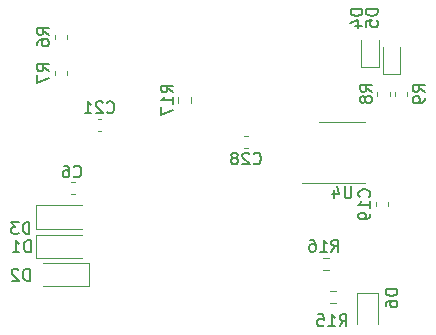
<source format=gbr>
G04 #@! TF.GenerationSoftware,KiCad,Pcbnew,5.1.8-1.fc33*
G04 #@! TF.CreationDate,2020-12-20T15:22:41+01:00*
G04 #@! TF.ProjectId,venom,76656e6f-6d2e-46b6-9963-61645f706362,rev?*
G04 #@! TF.SameCoordinates,Original*
G04 #@! TF.FileFunction,Legend,Bot*
G04 #@! TF.FilePolarity,Positive*
%FSLAX46Y46*%
G04 Gerber Fmt 4.6, Leading zero omitted, Abs format (unit mm)*
G04 Created by KiCad (PCBNEW 5.1.8-1.fc33) date 2020-12-20 15:22:41*
%MOMM*%
%LPD*%
G01*
G04 APERTURE LIST*
%ADD10C,0.120000*%
%ADD11C,0.150000*%
G04 APERTURE END LIST*
D10*
X148887221Y-118590000D02*
X149212779Y-118590000D01*
X148887221Y-117570000D02*
X149212779Y-117570000D01*
X145940000Y-124070000D02*
X145940000Y-122070000D01*
X145940000Y-122070000D02*
X149840000Y-122070000D01*
X145940000Y-124070000D02*
X149840000Y-124070000D01*
X150440000Y-124450000D02*
X146540000Y-124450000D01*
X150440000Y-126450000D02*
X146540000Y-126450000D01*
X150440000Y-124450000D02*
X150440000Y-126450000D01*
X145950000Y-121560000D02*
X145950000Y-119560000D01*
X145950000Y-119560000D02*
X149850000Y-119560000D01*
X145950000Y-121560000D02*
X149850000Y-121560000D01*
X148510000Y-105157221D02*
X148510000Y-105482779D01*
X147490000Y-105157221D02*
X147490000Y-105482779D01*
X147490000Y-108217221D02*
X147490000Y-108542779D01*
X148510000Y-108217221D02*
X148510000Y-108542779D01*
X174830000Y-109957221D02*
X174830000Y-110282779D01*
X175850000Y-109957221D02*
X175850000Y-110282779D01*
X177370000Y-109957221D02*
X177370000Y-110282779D01*
X176350000Y-109957221D02*
X176350000Y-110282779D01*
X168400000Y-117680000D02*
X173800000Y-117680000D01*
X169900000Y-112560000D02*
X173800000Y-112560000D01*
X174690000Y-119337221D02*
X174690000Y-119662779D01*
X175710000Y-119337221D02*
X175710000Y-119662779D01*
X173465000Y-107835000D02*
X173465000Y-105550000D01*
X174935000Y-107835000D02*
X173465000Y-107835000D01*
X174935000Y-105550000D02*
X174935000Y-107835000D01*
X176735000Y-106200000D02*
X176735000Y-108485000D01*
X176735000Y-108485000D02*
X175265000Y-108485000D01*
X175265000Y-108485000D02*
X175265000Y-106200000D01*
X151452779Y-112250000D02*
X151127221Y-112250000D01*
X151452779Y-113270000D02*
X151127221Y-113270000D01*
X163570040Y-114749040D02*
X163851200Y-114749040D01*
X163570040Y-113729040D02*
X163851200Y-113729040D01*
X173132380Y-127041780D02*
X174832380Y-127041780D01*
X174832380Y-127041780D02*
X174832380Y-129591780D01*
X173132380Y-127041780D02*
X173132380Y-129591780D01*
X171316418Y-127885720D02*
X170841902Y-127885720D01*
X171316418Y-126840720D02*
X170841902Y-126840720D01*
X170257702Y-125081560D02*
X170732218Y-125081560D01*
X170257702Y-124036560D02*
X170732218Y-124036560D01*
X157973500Y-110415302D02*
X157973500Y-110889818D01*
X159018500Y-110415302D02*
X159018500Y-110889818D01*
D11*
X149116666Y-117117142D02*
X149164285Y-117164761D01*
X149307142Y-117212380D01*
X149402380Y-117212380D01*
X149545238Y-117164761D01*
X149640476Y-117069523D01*
X149688095Y-116974285D01*
X149735714Y-116783809D01*
X149735714Y-116640952D01*
X149688095Y-116450476D01*
X149640476Y-116355238D01*
X149545238Y-116260000D01*
X149402380Y-116212380D01*
X149307142Y-116212380D01*
X149164285Y-116260000D01*
X149116666Y-116307619D01*
X148259523Y-116212380D02*
X148450000Y-116212380D01*
X148545238Y-116260000D01*
X148592857Y-116307619D01*
X148688095Y-116450476D01*
X148735714Y-116640952D01*
X148735714Y-117021904D01*
X148688095Y-117117142D01*
X148640476Y-117164761D01*
X148545238Y-117212380D01*
X148354761Y-117212380D01*
X148259523Y-117164761D01*
X148211904Y-117117142D01*
X148164285Y-117021904D01*
X148164285Y-116783809D01*
X148211904Y-116688571D01*
X148259523Y-116640952D01*
X148354761Y-116593333D01*
X148545238Y-116593333D01*
X148640476Y-116640952D01*
X148688095Y-116688571D01*
X148735714Y-116783809D01*
X145468095Y-123552380D02*
X145468095Y-122552380D01*
X145230000Y-122552380D01*
X145087142Y-122600000D01*
X144991904Y-122695238D01*
X144944285Y-122790476D01*
X144896666Y-122980952D01*
X144896666Y-123123809D01*
X144944285Y-123314285D01*
X144991904Y-123409523D01*
X145087142Y-123504761D01*
X145230000Y-123552380D01*
X145468095Y-123552380D01*
X143944285Y-123552380D02*
X144515714Y-123552380D01*
X144230000Y-123552380D02*
X144230000Y-122552380D01*
X144325238Y-122695238D01*
X144420476Y-122790476D01*
X144515714Y-122838095D01*
X145368095Y-125952380D02*
X145368095Y-124952380D01*
X145130000Y-124952380D01*
X144987142Y-125000000D01*
X144891904Y-125095238D01*
X144844285Y-125190476D01*
X144796666Y-125380952D01*
X144796666Y-125523809D01*
X144844285Y-125714285D01*
X144891904Y-125809523D01*
X144987142Y-125904761D01*
X145130000Y-125952380D01*
X145368095Y-125952380D01*
X144415714Y-125047619D02*
X144368095Y-125000000D01*
X144272857Y-124952380D01*
X144034761Y-124952380D01*
X143939523Y-125000000D01*
X143891904Y-125047619D01*
X143844285Y-125142857D01*
X143844285Y-125238095D01*
X143891904Y-125380952D01*
X144463333Y-125952380D01*
X143844285Y-125952380D01*
X145348095Y-121992380D02*
X145348095Y-120992380D01*
X145110000Y-120992380D01*
X144967142Y-121040000D01*
X144871904Y-121135238D01*
X144824285Y-121230476D01*
X144776666Y-121420952D01*
X144776666Y-121563809D01*
X144824285Y-121754285D01*
X144871904Y-121849523D01*
X144967142Y-121944761D01*
X145110000Y-121992380D01*
X145348095Y-121992380D01*
X144443333Y-120992380D02*
X143824285Y-120992380D01*
X144157619Y-121373333D01*
X144014761Y-121373333D01*
X143919523Y-121420952D01*
X143871904Y-121468571D01*
X143824285Y-121563809D01*
X143824285Y-121801904D01*
X143871904Y-121897142D01*
X143919523Y-121944761D01*
X144014761Y-121992380D01*
X144300476Y-121992380D01*
X144395714Y-121944761D01*
X144443333Y-121897142D01*
X147022380Y-105153333D02*
X146546190Y-104820000D01*
X147022380Y-104581904D02*
X146022380Y-104581904D01*
X146022380Y-104962857D01*
X146070000Y-105058095D01*
X146117619Y-105105714D01*
X146212857Y-105153333D01*
X146355714Y-105153333D01*
X146450952Y-105105714D01*
X146498571Y-105058095D01*
X146546190Y-104962857D01*
X146546190Y-104581904D01*
X146022380Y-106010476D02*
X146022380Y-105820000D01*
X146070000Y-105724761D01*
X146117619Y-105677142D01*
X146260476Y-105581904D01*
X146450952Y-105534285D01*
X146831904Y-105534285D01*
X146927142Y-105581904D01*
X146974761Y-105629523D01*
X147022380Y-105724761D01*
X147022380Y-105915238D01*
X146974761Y-106010476D01*
X146927142Y-106058095D01*
X146831904Y-106105714D01*
X146593809Y-106105714D01*
X146498571Y-106058095D01*
X146450952Y-106010476D01*
X146403333Y-105915238D01*
X146403333Y-105724761D01*
X146450952Y-105629523D01*
X146498571Y-105581904D01*
X146593809Y-105534285D01*
X147022380Y-108213333D02*
X146546190Y-107880000D01*
X147022380Y-107641904D02*
X146022380Y-107641904D01*
X146022380Y-108022857D01*
X146070000Y-108118095D01*
X146117619Y-108165714D01*
X146212857Y-108213333D01*
X146355714Y-108213333D01*
X146450952Y-108165714D01*
X146498571Y-108118095D01*
X146546190Y-108022857D01*
X146546190Y-107641904D01*
X146022380Y-108546666D02*
X146022380Y-109213333D01*
X147022380Y-108784761D01*
X174362380Y-109953333D02*
X173886190Y-109620000D01*
X174362380Y-109381904D02*
X173362380Y-109381904D01*
X173362380Y-109762857D01*
X173410000Y-109858095D01*
X173457619Y-109905714D01*
X173552857Y-109953333D01*
X173695714Y-109953333D01*
X173790952Y-109905714D01*
X173838571Y-109858095D01*
X173886190Y-109762857D01*
X173886190Y-109381904D01*
X173790952Y-110524761D02*
X173743333Y-110429523D01*
X173695714Y-110381904D01*
X173600476Y-110334285D01*
X173552857Y-110334285D01*
X173457619Y-110381904D01*
X173410000Y-110429523D01*
X173362380Y-110524761D01*
X173362380Y-110715238D01*
X173410000Y-110810476D01*
X173457619Y-110858095D01*
X173552857Y-110905714D01*
X173600476Y-110905714D01*
X173695714Y-110858095D01*
X173743333Y-110810476D01*
X173790952Y-110715238D01*
X173790952Y-110524761D01*
X173838571Y-110429523D01*
X173886190Y-110381904D01*
X173981428Y-110334285D01*
X174171904Y-110334285D01*
X174267142Y-110381904D01*
X174314761Y-110429523D01*
X174362380Y-110524761D01*
X174362380Y-110715238D01*
X174314761Y-110810476D01*
X174267142Y-110858095D01*
X174171904Y-110905714D01*
X173981428Y-110905714D01*
X173886190Y-110858095D01*
X173838571Y-110810476D01*
X173790952Y-110715238D01*
X178812380Y-109983333D02*
X178336190Y-109650000D01*
X178812380Y-109411904D02*
X177812380Y-109411904D01*
X177812380Y-109792857D01*
X177860000Y-109888095D01*
X177907619Y-109935714D01*
X178002857Y-109983333D01*
X178145714Y-109983333D01*
X178240952Y-109935714D01*
X178288571Y-109888095D01*
X178336190Y-109792857D01*
X178336190Y-109411904D01*
X178812380Y-110459523D02*
X178812380Y-110650000D01*
X178764761Y-110745238D01*
X178717142Y-110792857D01*
X178574285Y-110888095D01*
X178383809Y-110935714D01*
X178002857Y-110935714D01*
X177907619Y-110888095D01*
X177860000Y-110840476D01*
X177812380Y-110745238D01*
X177812380Y-110554761D01*
X177860000Y-110459523D01*
X177907619Y-110411904D01*
X178002857Y-110364285D01*
X178240952Y-110364285D01*
X178336190Y-110411904D01*
X178383809Y-110459523D01*
X178431428Y-110554761D01*
X178431428Y-110745238D01*
X178383809Y-110840476D01*
X178336190Y-110888095D01*
X178240952Y-110935714D01*
X172611904Y-117972380D02*
X172611904Y-118781904D01*
X172564285Y-118877142D01*
X172516666Y-118924761D01*
X172421428Y-118972380D01*
X172230952Y-118972380D01*
X172135714Y-118924761D01*
X172088095Y-118877142D01*
X172040476Y-118781904D01*
X172040476Y-117972380D01*
X171135714Y-118305714D02*
X171135714Y-118972380D01*
X171373809Y-117924761D02*
X171611904Y-118639047D01*
X170992857Y-118639047D01*
X174127142Y-118857142D02*
X174174761Y-118809523D01*
X174222380Y-118666666D01*
X174222380Y-118571428D01*
X174174761Y-118428571D01*
X174079523Y-118333333D01*
X173984285Y-118285714D01*
X173793809Y-118238095D01*
X173650952Y-118238095D01*
X173460476Y-118285714D01*
X173365238Y-118333333D01*
X173270000Y-118428571D01*
X173222380Y-118571428D01*
X173222380Y-118666666D01*
X173270000Y-118809523D01*
X173317619Y-118857142D01*
X174222380Y-119809523D02*
X174222380Y-119238095D01*
X174222380Y-119523809D02*
X173222380Y-119523809D01*
X173365238Y-119428571D01*
X173460476Y-119333333D01*
X173508095Y-119238095D01*
X174222380Y-120285714D02*
X174222380Y-120476190D01*
X174174761Y-120571428D01*
X174127142Y-120619047D01*
X173984285Y-120714285D01*
X173793809Y-120761904D01*
X173412857Y-120761904D01*
X173317619Y-120714285D01*
X173270000Y-120666666D01*
X173222380Y-120571428D01*
X173222380Y-120380952D01*
X173270000Y-120285714D01*
X173317619Y-120238095D01*
X173412857Y-120190476D01*
X173650952Y-120190476D01*
X173746190Y-120238095D01*
X173793809Y-120285714D01*
X173841428Y-120380952D01*
X173841428Y-120571428D01*
X173793809Y-120666666D01*
X173746190Y-120714285D01*
X173650952Y-120761904D01*
X173552380Y-102961904D02*
X172552380Y-102961904D01*
X172552380Y-103200000D01*
X172600000Y-103342857D01*
X172695238Y-103438095D01*
X172790476Y-103485714D01*
X172980952Y-103533333D01*
X173123809Y-103533333D01*
X173314285Y-103485714D01*
X173409523Y-103438095D01*
X173504761Y-103342857D01*
X173552380Y-103200000D01*
X173552380Y-102961904D01*
X172885714Y-104390476D02*
X173552380Y-104390476D01*
X172504761Y-104152380D02*
X173219047Y-103914285D01*
X173219047Y-104533333D01*
X174852380Y-102961904D02*
X173852380Y-102961904D01*
X173852380Y-103200000D01*
X173900000Y-103342857D01*
X173995238Y-103438095D01*
X174090476Y-103485714D01*
X174280952Y-103533333D01*
X174423809Y-103533333D01*
X174614285Y-103485714D01*
X174709523Y-103438095D01*
X174804761Y-103342857D01*
X174852380Y-103200000D01*
X174852380Y-102961904D01*
X173852380Y-104438095D02*
X173852380Y-103961904D01*
X174328571Y-103914285D01*
X174280952Y-103961904D01*
X174233333Y-104057142D01*
X174233333Y-104295238D01*
X174280952Y-104390476D01*
X174328571Y-104438095D01*
X174423809Y-104485714D01*
X174661904Y-104485714D01*
X174757142Y-104438095D01*
X174804761Y-104390476D01*
X174852380Y-104295238D01*
X174852380Y-104057142D01*
X174804761Y-103961904D01*
X174757142Y-103914285D01*
X151932857Y-111687142D02*
X151980476Y-111734761D01*
X152123333Y-111782380D01*
X152218571Y-111782380D01*
X152361428Y-111734761D01*
X152456666Y-111639523D01*
X152504285Y-111544285D01*
X152551904Y-111353809D01*
X152551904Y-111210952D01*
X152504285Y-111020476D01*
X152456666Y-110925238D01*
X152361428Y-110830000D01*
X152218571Y-110782380D01*
X152123333Y-110782380D01*
X151980476Y-110830000D01*
X151932857Y-110877619D01*
X151551904Y-110877619D02*
X151504285Y-110830000D01*
X151409047Y-110782380D01*
X151170952Y-110782380D01*
X151075714Y-110830000D01*
X151028095Y-110877619D01*
X150980476Y-110972857D01*
X150980476Y-111068095D01*
X151028095Y-111210952D01*
X151599523Y-111782380D01*
X150980476Y-111782380D01*
X150028095Y-111782380D02*
X150599523Y-111782380D01*
X150313809Y-111782380D02*
X150313809Y-110782380D01*
X150409047Y-110925238D01*
X150504285Y-111020476D01*
X150599523Y-111068095D01*
X164353477Y-116026182D02*
X164401096Y-116073801D01*
X164543953Y-116121420D01*
X164639191Y-116121420D01*
X164782048Y-116073801D01*
X164877286Y-115978563D01*
X164924905Y-115883325D01*
X164972524Y-115692849D01*
X164972524Y-115549992D01*
X164924905Y-115359516D01*
X164877286Y-115264278D01*
X164782048Y-115169040D01*
X164639191Y-115121420D01*
X164543953Y-115121420D01*
X164401096Y-115169040D01*
X164353477Y-115216659D01*
X163972524Y-115216659D02*
X163924905Y-115169040D01*
X163829667Y-115121420D01*
X163591572Y-115121420D01*
X163496334Y-115169040D01*
X163448715Y-115216659D01*
X163401096Y-115311897D01*
X163401096Y-115407135D01*
X163448715Y-115549992D01*
X164020143Y-116121420D01*
X163401096Y-116121420D01*
X162829667Y-115549992D02*
X162924905Y-115502373D01*
X162972524Y-115454754D01*
X163020143Y-115359516D01*
X163020143Y-115311897D01*
X162972524Y-115216659D01*
X162924905Y-115169040D01*
X162829667Y-115121420D01*
X162639191Y-115121420D01*
X162543953Y-115169040D01*
X162496334Y-115216659D01*
X162448715Y-115311897D01*
X162448715Y-115359516D01*
X162496334Y-115454754D01*
X162543953Y-115502373D01*
X162639191Y-115549992D01*
X162829667Y-115549992D01*
X162924905Y-115597611D01*
X162972524Y-115645230D01*
X163020143Y-115740468D01*
X163020143Y-115930944D01*
X162972524Y-116026182D01*
X162924905Y-116073801D01*
X162829667Y-116121420D01*
X162639191Y-116121420D01*
X162543953Y-116073801D01*
X162496334Y-116026182D01*
X162448715Y-115930944D01*
X162448715Y-115740468D01*
X162496334Y-115645230D01*
X162543953Y-115597611D01*
X162639191Y-115549992D01*
X176512480Y-126686084D02*
X175512480Y-126686084D01*
X175512480Y-126924180D01*
X175560100Y-127067037D01*
X175655338Y-127162275D01*
X175750576Y-127209894D01*
X175941052Y-127257513D01*
X176083909Y-127257513D01*
X176274385Y-127209894D01*
X176369623Y-127162275D01*
X176464861Y-127067037D01*
X176512480Y-126924180D01*
X176512480Y-126686084D01*
X175512480Y-128114656D02*
X175512480Y-127924180D01*
X175560100Y-127828941D01*
X175607719Y-127781322D01*
X175750576Y-127686084D01*
X175941052Y-127638465D01*
X176322004Y-127638465D01*
X176417242Y-127686084D01*
X176464861Y-127733703D01*
X176512480Y-127828941D01*
X176512480Y-128019418D01*
X176464861Y-128114656D01*
X176417242Y-128162275D01*
X176322004Y-128209894D01*
X176083909Y-128209894D01*
X175988671Y-128162275D01*
X175941052Y-128114656D01*
X175893433Y-128019418D01*
X175893433Y-127828941D01*
X175941052Y-127733703D01*
X175988671Y-127686084D01*
X176083909Y-127638465D01*
X171617877Y-129806960D02*
X171951210Y-129330770D01*
X172189305Y-129806960D02*
X172189305Y-128806960D01*
X171808353Y-128806960D01*
X171713115Y-128854580D01*
X171665496Y-128902199D01*
X171617877Y-128997437D01*
X171617877Y-129140294D01*
X171665496Y-129235532D01*
X171713115Y-129283151D01*
X171808353Y-129330770D01*
X172189305Y-129330770D01*
X170665496Y-129806960D02*
X171236924Y-129806960D01*
X170951210Y-129806960D02*
X170951210Y-128806960D01*
X171046448Y-128949818D01*
X171141686Y-129045056D01*
X171236924Y-129092675D01*
X169760734Y-128806960D02*
X170236924Y-128806960D01*
X170284543Y-129283151D01*
X170236924Y-129235532D01*
X170141686Y-129187913D01*
X169903591Y-129187913D01*
X169808353Y-129235532D01*
X169760734Y-129283151D01*
X169713115Y-129378389D01*
X169713115Y-129616484D01*
X169760734Y-129711722D01*
X169808353Y-129759341D01*
X169903591Y-129806960D01*
X170141686Y-129806960D01*
X170236924Y-129759341D01*
X170284543Y-129711722D01*
X170934617Y-123502680D02*
X171267950Y-123026490D01*
X171506045Y-123502680D02*
X171506045Y-122502680D01*
X171125093Y-122502680D01*
X171029855Y-122550300D01*
X170982236Y-122597919D01*
X170934617Y-122693157D01*
X170934617Y-122836014D01*
X170982236Y-122931252D01*
X171029855Y-122978871D01*
X171125093Y-123026490D01*
X171506045Y-123026490D01*
X169982236Y-123502680D02*
X170553664Y-123502680D01*
X170267950Y-123502680D02*
X170267950Y-122502680D01*
X170363188Y-122645538D01*
X170458426Y-122740776D01*
X170553664Y-122788395D01*
X169125093Y-122502680D02*
X169315569Y-122502680D01*
X169410807Y-122550300D01*
X169458426Y-122597919D01*
X169553664Y-122740776D01*
X169601283Y-122931252D01*
X169601283Y-123312204D01*
X169553664Y-123407442D01*
X169506045Y-123455061D01*
X169410807Y-123502680D01*
X169220331Y-123502680D01*
X169125093Y-123455061D01*
X169077474Y-123407442D01*
X169029855Y-123312204D01*
X169029855Y-123074109D01*
X169077474Y-122978871D01*
X169125093Y-122931252D01*
X169220331Y-122883633D01*
X169410807Y-122883633D01*
X169506045Y-122931252D01*
X169553664Y-122978871D01*
X169601283Y-123074109D01*
X157518380Y-110009702D02*
X157042190Y-109676369D01*
X157518380Y-109438274D02*
X156518380Y-109438274D01*
X156518380Y-109819226D01*
X156566000Y-109914464D01*
X156613619Y-109962083D01*
X156708857Y-110009702D01*
X156851714Y-110009702D01*
X156946952Y-109962083D01*
X156994571Y-109914464D01*
X157042190Y-109819226D01*
X157042190Y-109438274D01*
X157518380Y-110962083D02*
X157518380Y-110390655D01*
X157518380Y-110676369D02*
X156518380Y-110676369D01*
X156661238Y-110581131D01*
X156756476Y-110485893D01*
X156804095Y-110390655D01*
X156518380Y-111295417D02*
X156518380Y-111962083D01*
X157518380Y-111533512D01*
M02*

</source>
